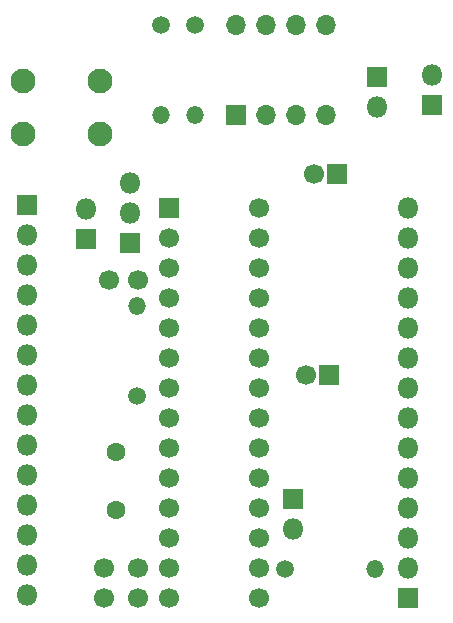
<source format=gbr>
%TF.GenerationSoftware,KiCad,Pcbnew,(5.1.6-0-10_14)*%
%TF.CreationDate,2020-09-11T17:53:59-04:00*%
%TF.ProjectId,bare_atmega328,62617265-5f61-4746-9d65-67613332382e,rev?*%
%TF.SameCoordinates,Original*%
%TF.FileFunction,Soldermask,Bot*%
%TF.FilePolarity,Negative*%
%FSLAX46Y46*%
G04 Gerber Fmt 4.6, Leading zero omitted, Abs format (unit mm)*
G04 Created by KiCad (PCBNEW (5.1.6-0-10_14)) date 2020-09-11 17:53:59*
%MOMM*%
%LPD*%
G01*
G04 APERTURE LIST*
%ADD10O,1.700000X1.700000*%
%ADD11R,1.700000X1.700000*%
%ADD12O,1.500000X1.500000*%
%ADD13C,1.500000*%
%ADD14O,1.800000X1.800000*%
%ADD15R,1.800000X1.800000*%
%ADD16C,1.700000*%
%ADD17C,2.100000*%
%ADD18C,1.600000*%
G04 APERTURE END LIST*
D10*
%TO.C,U2*%
X150400000Y-58180000D03*
X158020000Y-65800000D03*
X152940000Y-58180000D03*
X155480000Y-65800000D03*
X155480000Y-58180000D03*
X152940000Y-65800000D03*
X158020000Y-58180000D03*
D11*
X150400000Y-65800000D03*
%TD*%
D12*
%TO.C,R4*%
X146950900Y-65792160D03*
D13*
X146950900Y-58172160D03*
%TD*%
D14*
%TO.C,J7*%
X162400000Y-65140000D03*
D15*
X162400000Y-62600000D03*
%TD*%
D12*
%TO.C,R3*%
X144098480Y-65792160D03*
D13*
X144098480Y-58172160D03*
%TD*%
D16*
%TO.C,C5*%
X157000000Y-70800000D03*
D11*
X159000000Y-70800000D03*
%TD*%
D14*
%TO.C,J5*%
X165000000Y-73660000D03*
X165000000Y-76200000D03*
X165000000Y-78740000D03*
X165000000Y-81280000D03*
X165000000Y-83820000D03*
X165000000Y-86360000D03*
X165000000Y-88900000D03*
X165000000Y-91440000D03*
X165000000Y-93980000D03*
X165000000Y-96520000D03*
X165000000Y-99060000D03*
X165000000Y-101600000D03*
X165000000Y-104140000D03*
D15*
X165000000Y-106680000D03*
%TD*%
D14*
%TO.C,J6*%
X132709920Y-106436160D03*
X132709920Y-103896160D03*
X132709920Y-101356160D03*
X132709920Y-98816160D03*
X132709920Y-96276160D03*
X132709920Y-93736160D03*
X132709920Y-91196160D03*
X132709920Y-88656160D03*
X132709920Y-86116160D03*
X132709920Y-83576160D03*
X132709920Y-81036160D03*
X132709920Y-78496160D03*
X132709920Y-75956160D03*
D15*
X132709920Y-73416160D03*
%TD*%
D14*
%TO.C,J3*%
X141439900Y-71561960D03*
X141439900Y-74101960D03*
D15*
X141439900Y-76641960D03*
%TD*%
D14*
%TO.C,J4*%
X167000000Y-62460000D03*
D15*
X167000000Y-65000000D03*
%TD*%
D14*
%TO.C,J2*%
X137728960Y-73825100D03*
D15*
X137728960Y-76365100D03*
%TD*%
D14*
%TO.C,J1*%
X155267660Y-100873560D03*
D15*
X155267660Y-98333560D03*
%TD*%
D16*
%TO.C,U1*%
X152400000Y-73660000D03*
X152400000Y-76200000D03*
X152400000Y-78740000D03*
X152400000Y-81280000D03*
X152400000Y-83820000D03*
X152400000Y-86360000D03*
X152400000Y-88900000D03*
X152400000Y-91440000D03*
X152400000Y-93980000D03*
X152400000Y-96520000D03*
X152400000Y-99060000D03*
X152400000Y-101600000D03*
X152400000Y-104140000D03*
X152400000Y-106680000D03*
X144780000Y-106680000D03*
X144780000Y-104140000D03*
X144780000Y-101600000D03*
X144780000Y-99060000D03*
X144780000Y-96520000D03*
X144780000Y-93980000D03*
X144780000Y-91440000D03*
X144780000Y-88900000D03*
X144780000Y-86360000D03*
X144780000Y-83820000D03*
X144780000Y-81280000D03*
X144780000Y-78740000D03*
X144780000Y-76200000D03*
D11*
X144780000Y-73660000D03*
%TD*%
D17*
%TO.C,SW1*%
X138917820Y-62918340D03*
X138917820Y-67418340D03*
X132417820Y-62918340D03*
X132417820Y-67418340D03*
%TD*%
D16*
%TO.C,C4*%
X139679040Y-79766160D03*
X142179040Y-79766160D03*
%TD*%
D12*
%TO.C,R2*%
X162184080Y-104272080D03*
D13*
X154564080Y-104272080D03*
%TD*%
D18*
%TO.C,Y1*%
X140256260Y-99240680D03*
X140256260Y-94340680D03*
%TD*%
D12*
%TO.C,R1*%
X142062200Y-81991200D03*
D13*
X142062200Y-89611200D03*
%TD*%
D16*
%TO.C,C3*%
X156343600Y-87858600D03*
D11*
X158343600Y-87858600D03*
%TD*%
D16*
%TO.C,C2*%
X142107920Y-104187620D03*
X142107920Y-106687620D03*
%TD*%
%TO.C,C1*%
X139291060Y-106721280D03*
X139291060Y-104221280D03*
%TD*%
M02*

</source>
